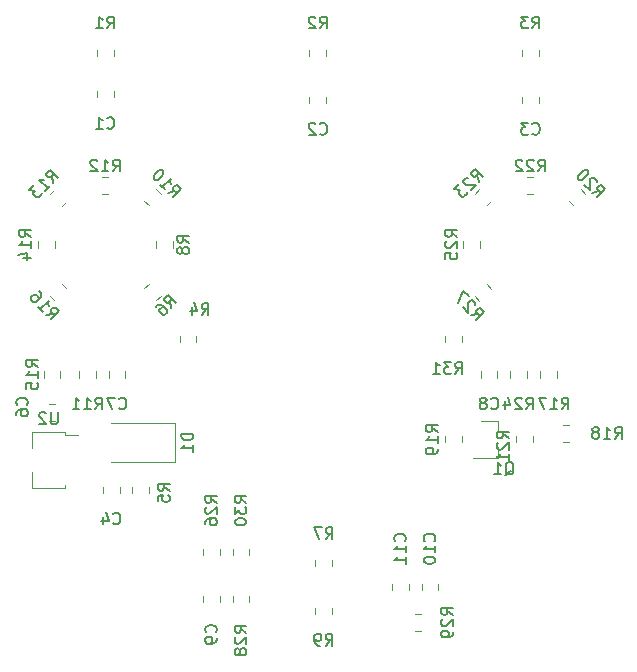
<source format=gbr>
%TF.GenerationSoftware,KiCad,Pcbnew,(5.1.6)-1*%
%TF.CreationDate,2023-06-25T00:19:37-07:00*%
%TF.ProjectId,tremolo,7472656d-6f6c-46f2-9e6b-696361645f70,rev?*%
%TF.SameCoordinates,Original*%
%TF.FileFunction,Legend,Bot*%
%TF.FilePolarity,Positive*%
%FSLAX46Y46*%
G04 Gerber Fmt 4.6, Leading zero omitted, Abs format (unit mm)*
G04 Created by KiCad (PCBNEW (5.1.6)-1) date 2023-06-25 00:19:37*
%MOMM*%
%LPD*%
G01*
G04 APERTURE LIST*
%ADD10C,0.120000*%
%ADD11C,0.150000*%
G04 APERTURE END LIST*
D10*
%TO.C,D1*%
X80400000Y-120100000D02*
X75000000Y-120100000D01*
X80400000Y-123400000D02*
X75000000Y-123400000D01*
X80400000Y-120100000D02*
X80400000Y-123400000D01*
%TO.C,U2*%
X71060000Y-125610000D02*
X71060000Y-125380000D01*
X71060000Y-120890000D02*
X71060000Y-121120000D01*
X71060000Y-120890000D02*
X68340000Y-120890000D01*
X68340000Y-120890000D02*
X68340000Y-122200000D01*
X72200000Y-121120000D02*
X71060000Y-121120000D01*
X68340000Y-125610000D02*
X71060000Y-125610000D01*
X68340000Y-124300000D02*
X68340000Y-125610000D01*
%TO.C,Q1*%
X107760000Y-119920000D02*
X107760000Y-120850000D01*
X107760000Y-123080000D02*
X107760000Y-122150000D01*
X107760000Y-123080000D02*
X105600000Y-123080000D01*
X107760000Y-119920000D02*
X106300000Y-119920000D01*
%TO.C,R31*%
X104710000Y-113258578D02*
X104710000Y-112741422D01*
X103290000Y-113258578D02*
X103290000Y-112741422D01*
%TO.C,R30*%
X85290000Y-130741422D02*
X85290000Y-131258578D01*
X86710000Y-130741422D02*
X86710000Y-131258578D01*
%TO.C,R29*%
X101258578Y-136290000D02*
X100741422Y-136290000D01*
X101258578Y-137710000D02*
X100741422Y-137710000D01*
%TO.C,R28*%
X86710000Y-135258578D02*
X86710000Y-134741422D01*
X85290000Y-135258578D02*
X85290000Y-134741422D01*
%TO.C,R27*%
X105815112Y-109381704D02*
X106180796Y-109747388D01*
X106819204Y-108377612D02*
X107184888Y-108743296D01*
%TO.C,R26*%
X82790000Y-130741422D02*
X82790000Y-131258578D01*
X84210000Y-130741422D02*
X84210000Y-131258578D01*
%TO.C,R25*%
X104790000Y-104741422D02*
X104790000Y-105258578D01*
X106210000Y-104741422D02*
X106210000Y-105258578D01*
%TO.C,R24*%
X110210000Y-115741422D02*
X110210000Y-116258578D01*
X108790000Y-115741422D02*
X108790000Y-116258578D01*
%TO.C,R23*%
X106180796Y-100315112D02*
X105815112Y-100680796D01*
X107184888Y-101319204D02*
X106819204Y-101684888D01*
%TO.C,R22*%
X110758578Y-99290000D02*
X110241422Y-99290000D01*
X110758578Y-100710000D02*
X110241422Y-100710000D01*
%TO.C,R21*%
X109290000Y-121241422D02*
X109290000Y-121758578D01*
X110710000Y-121241422D02*
X110710000Y-121758578D01*
%TO.C,R20*%
X115122388Y-100680796D02*
X114756704Y-100315112D01*
X114118296Y-101684888D02*
X113752612Y-101319204D01*
%TO.C,R19*%
X104710000Y-121758578D02*
X104710000Y-121241422D01*
X103290000Y-121758578D02*
X103290000Y-121241422D01*
%TO.C,R18*%
X113241422Y-121710000D02*
X113758578Y-121710000D01*
X113241422Y-120290000D02*
X113758578Y-120290000D01*
%TO.C,R17*%
X112710000Y-116258578D02*
X112710000Y-115741422D01*
X111290000Y-116258578D02*
X111290000Y-115741422D01*
%TO.C,R16*%
X69815112Y-109319204D02*
X70180796Y-109684888D01*
X70819204Y-108315112D02*
X71184888Y-108680796D01*
%TO.C,R15*%
X69290000Y-115741422D02*
X69290000Y-116258578D01*
X70710000Y-115741422D02*
X70710000Y-116258578D01*
%TO.C,R14*%
X70210000Y-105258578D02*
X70210000Y-104741422D01*
X68790000Y-105258578D02*
X68790000Y-104741422D01*
%TO.C,R13*%
X70180796Y-100377612D02*
X69815112Y-100743296D01*
X71184888Y-101381704D02*
X70819204Y-101747388D01*
%TO.C,R12*%
X74758578Y-99290000D02*
X74241422Y-99290000D01*
X74758578Y-100710000D02*
X74241422Y-100710000D01*
%TO.C,R11*%
X74790000Y-115741422D02*
X74790000Y-116258578D01*
X76210000Y-115741422D02*
X76210000Y-116258578D01*
%TO.C,R10*%
X79184888Y-100680796D02*
X78819204Y-100315112D01*
X78180796Y-101684888D02*
X77815112Y-101319204D01*
%TO.C,R9*%
X92290000Y-135741422D02*
X92290000Y-136258578D01*
X93710000Y-135741422D02*
X93710000Y-136258578D01*
%TO.C,R8*%
X80210000Y-105258578D02*
X80210000Y-104741422D01*
X78790000Y-105258578D02*
X78790000Y-104741422D01*
%TO.C,R7*%
X92290000Y-131741422D02*
X92290000Y-132258578D01*
X93710000Y-131741422D02*
X93710000Y-132258578D01*
%TO.C,R6*%
X78819204Y-109684888D02*
X79184888Y-109319204D01*
X77815112Y-108680796D02*
X78180796Y-108315112D01*
%TO.C,R5*%
X78210000Y-125491422D02*
X78210000Y-126008578D01*
X76790000Y-125491422D02*
X76790000Y-126008578D01*
%TO.C,R4*%
X80790000Y-112741422D02*
X80790000Y-113258578D01*
X82210000Y-112741422D02*
X82210000Y-113258578D01*
%TO.C,R3*%
X109790000Y-88491422D02*
X109790000Y-89008578D01*
X111210000Y-88491422D02*
X111210000Y-89008578D01*
%TO.C,R2*%
X91790000Y-88491422D02*
X91790000Y-89008578D01*
X93210000Y-88491422D02*
X93210000Y-89008578D01*
%TO.C,R1*%
X73790000Y-88491422D02*
X73790000Y-89008578D01*
X75210000Y-88491422D02*
X75210000Y-89008578D01*
%TO.C,C11*%
X100210000Y-134258578D02*
X100210000Y-133741422D01*
X98790000Y-134258578D02*
X98790000Y-133741422D01*
%TO.C,C10*%
X102710000Y-134258578D02*
X102710000Y-133741422D01*
X101290000Y-134258578D02*
X101290000Y-133741422D01*
%TO.C,C9*%
X82790000Y-134741422D02*
X82790000Y-135258578D01*
X84210000Y-134741422D02*
X84210000Y-135258578D01*
%TO.C,C8*%
X107710000Y-116258578D02*
X107710000Y-115741422D01*
X106290000Y-116258578D02*
X106290000Y-115741422D01*
%TO.C,C7*%
X73710000Y-116258578D02*
X73710000Y-115741422D01*
X72290000Y-116258578D02*
X72290000Y-115741422D01*
%TO.C,C6*%
X70258578Y-119960000D02*
X69741422Y-119960000D01*
X70258578Y-118540000D02*
X69741422Y-118540000D01*
%TO.C,C4*%
X75710000Y-125491422D02*
X75710000Y-126008578D01*
X74290000Y-125491422D02*
X74290000Y-126008578D01*
%TO.C,C3*%
X109790000Y-92491422D02*
X109790000Y-93008578D01*
X111210000Y-92491422D02*
X111210000Y-93008578D01*
%TO.C,C2*%
X91790000Y-92491422D02*
X91790000Y-93008578D01*
X93210000Y-92491422D02*
X93210000Y-93008578D01*
%TO.C,C1*%
X73790000Y-91991422D02*
X73790000Y-92508578D01*
X75210000Y-91991422D02*
X75210000Y-92508578D01*
%TO.C,D1*%
D11*
X81952380Y-121011904D02*
X80952380Y-121011904D01*
X80952380Y-121250000D01*
X81000000Y-121392857D01*
X81095238Y-121488095D01*
X81190476Y-121535714D01*
X81380952Y-121583333D01*
X81523809Y-121583333D01*
X81714285Y-121535714D01*
X81809523Y-121488095D01*
X81904761Y-121392857D01*
X81952380Y-121250000D01*
X81952380Y-121011904D01*
X81952380Y-122535714D02*
X81952380Y-121964285D01*
X81952380Y-122250000D02*
X80952380Y-122250000D01*
X81095238Y-122154761D01*
X81190476Y-122059523D01*
X81238095Y-121964285D01*
%TO.C,U2*%
X70461904Y-119202380D02*
X70461904Y-120011904D01*
X70414285Y-120107142D01*
X70366666Y-120154761D01*
X70271428Y-120202380D01*
X70080952Y-120202380D01*
X69985714Y-120154761D01*
X69938095Y-120107142D01*
X69890476Y-120011904D01*
X69890476Y-119202380D01*
X69461904Y-119297619D02*
X69414285Y-119250000D01*
X69319047Y-119202380D01*
X69080952Y-119202380D01*
X68985714Y-119250000D01*
X68938095Y-119297619D01*
X68890476Y-119392857D01*
X68890476Y-119488095D01*
X68938095Y-119630952D01*
X69509523Y-120202380D01*
X68890476Y-120202380D01*
%TO.C,Q1*%
X108345238Y-124547619D02*
X108440476Y-124500000D01*
X108535714Y-124404761D01*
X108678571Y-124261904D01*
X108773809Y-124214285D01*
X108869047Y-124214285D01*
X108821428Y-124452380D02*
X108916666Y-124404761D01*
X109011904Y-124309523D01*
X109059523Y-124119047D01*
X109059523Y-123785714D01*
X109011904Y-123595238D01*
X108916666Y-123500000D01*
X108821428Y-123452380D01*
X108630952Y-123452380D01*
X108535714Y-123500000D01*
X108440476Y-123595238D01*
X108392857Y-123785714D01*
X108392857Y-124119047D01*
X108440476Y-124309523D01*
X108535714Y-124404761D01*
X108630952Y-124452380D01*
X108821428Y-124452380D01*
X107440476Y-124452380D02*
X108011904Y-124452380D01*
X107726190Y-124452380D02*
X107726190Y-123452380D01*
X107821428Y-123595238D01*
X107916666Y-123690476D01*
X108011904Y-123738095D01*
%TO.C,R31*%
X104142857Y-115952380D02*
X104476190Y-115476190D01*
X104714285Y-115952380D02*
X104714285Y-114952380D01*
X104333333Y-114952380D01*
X104238095Y-115000000D01*
X104190476Y-115047619D01*
X104142857Y-115142857D01*
X104142857Y-115285714D01*
X104190476Y-115380952D01*
X104238095Y-115428571D01*
X104333333Y-115476190D01*
X104714285Y-115476190D01*
X103809523Y-114952380D02*
X103190476Y-114952380D01*
X103523809Y-115333333D01*
X103380952Y-115333333D01*
X103285714Y-115380952D01*
X103238095Y-115428571D01*
X103190476Y-115523809D01*
X103190476Y-115761904D01*
X103238095Y-115857142D01*
X103285714Y-115904761D01*
X103380952Y-115952380D01*
X103666666Y-115952380D01*
X103761904Y-115904761D01*
X103809523Y-115857142D01*
X102238095Y-115952380D02*
X102809523Y-115952380D01*
X102523809Y-115952380D02*
X102523809Y-114952380D01*
X102619047Y-115095238D01*
X102714285Y-115190476D01*
X102809523Y-115238095D01*
%TO.C,R30*%
X86452380Y-126857142D02*
X85976190Y-126523809D01*
X86452380Y-126285714D02*
X85452380Y-126285714D01*
X85452380Y-126666666D01*
X85500000Y-126761904D01*
X85547619Y-126809523D01*
X85642857Y-126857142D01*
X85785714Y-126857142D01*
X85880952Y-126809523D01*
X85928571Y-126761904D01*
X85976190Y-126666666D01*
X85976190Y-126285714D01*
X85452380Y-127190476D02*
X85452380Y-127809523D01*
X85833333Y-127476190D01*
X85833333Y-127619047D01*
X85880952Y-127714285D01*
X85928571Y-127761904D01*
X86023809Y-127809523D01*
X86261904Y-127809523D01*
X86357142Y-127761904D01*
X86404761Y-127714285D01*
X86452380Y-127619047D01*
X86452380Y-127333333D01*
X86404761Y-127238095D01*
X86357142Y-127190476D01*
X85452380Y-128428571D02*
X85452380Y-128523809D01*
X85500000Y-128619047D01*
X85547619Y-128666666D01*
X85642857Y-128714285D01*
X85833333Y-128761904D01*
X86071428Y-128761904D01*
X86261904Y-128714285D01*
X86357142Y-128666666D01*
X86404761Y-128619047D01*
X86452380Y-128523809D01*
X86452380Y-128428571D01*
X86404761Y-128333333D01*
X86357142Y-128285714D01*
X86261904Y-128238095D01*
X86071428Y-128190476D01*
X85833333Y-128190476D01*
X85642857Y-128238095D01*
X85547619Y-128285714D01*
X85500000Y-128333333D01*
X85452380Y-128428571D01*
%TO.C,R29*%
X103952380Y-136357142D02*
X103476190Y-136023809D01*
X103952380Y-135785714D02*
X102952380Y-135785714D01*
X102952380Y-136166666D01*
X103000000Y-136261904D01*
X103047619Y-136309523D01*
X103142857Y-136357142D01*
X103285714Y-136357142D01*
X103380952Y-136309523D01*
X103428571Y-136261904D01*
X103476190Y-136166666D01*
X103476190Y-135785714D01*
X103047619Y-136738095D02*
X103000000Y-136785714D01*
X102952380Y-136880952D01*
X102952380Y-137119047D01*
X103000000Y-137214285D01*
X103047619Y-137261904D01*
X103142857Y-137309523D01*
X103238095Y-137309523D01*
X103380952Y-137261904D01*
X103952380Y-136690476D01*
X103952380Y-137309523D01*
X103952380Y-137785714D02*
X103952380Y-137976190D01*
X103904761Y-138071428D01*
X103857142Y-138119047D01*
X103714285Y-138214285D01*
X103523809Y-138261904D01*
X103142857Y-138261904D01*
X103047619Y-138214285D01*
X103000000Y-138166666D01*
X102952380Y-138071428D01*
X102952380Y-137880952D01*
X103000000Y-137785714D01*
X103047619Y-137738095D01*
X103142857Y-137690476D01*
X103380952Y-137690476D01*
X103476190Y-137738095D01*
X103523809Y-137785714D01*
X103571428Y-137880952D01*
X103571428Y-138071428D01*
X103523809Y-138166666D01*
X103476190Y-138214285D01*
X103380952Y-138261904D01*
%TO.C,R28*%
X86452380Y-137857142D02*
X85976190Y-137523809D01*
X86452380Y-137285714D02*
X85452380Y-137285714D01*
X85452380Y-137666666D01*
X85500000Y-137761904D01*
X85547619Y-137809523D01*
X85642857Y-137857142D01*
X85785714Y-137857142D01*
X85880952Y-137809523D01*
X85928571Y-137761904D01*
X85976190Y-137666666D01*
X85976190Y-137285714D01*
X85547619Y-138238095D02*
X85500000Y-138285714D01*
X85452380Y-138380952D01*
X85452380Y-138619047D01*
X85500000Y-138714285D01*
X85547619Y-138761904D01*
X85642857Y-138809523D01*
X85738095Y-138809523D01*
X85880952Y-138761904D01*
X86452380Y-138190476D01*
X86452380Y-138809523D01*
X85880952Y-139380952D02*
X85833333Y-139285714D01*
X85785714Y-139238095D01*
X85690476Y-139190476D01*
X85642857Y-139190476D01*
X85547619Y-139238095D01*
X85500000Y-139285714D01*
X85452380Y-139380952D01*
X85452380Y-139571428D01*
X85500000Y-139666666D01*
X85547619Y-139714285D01*
X85642857Y-139761904D01*
X85690476Y-139761904D01*
X85785714Y-139714285D01*
X85833333Y-139666666D01*
X85880952Y-139571428D01*
X85880952Y-139380952D01*
X85928571Y-139285714D01*
X85976190Y-139238095D01*
X86071428Y-139190476D01*
X86261904Y-139190476D01*
X86357142Y-139238095D01*
X86404761Y-139285714D01*
X86452380Y-139380952D01*
X86452380Y-139571428D01*
X86404761Y-139666666D01*
X86357142Y-139714285D01*
X86261904Y-139761904D01*
X86071428Y-139761904D01*
X85976190Y-139714285D01*
X85928571Y-139666666D01*
X85880952Y-139571428D01*
%TO.C,R27*%
X105467961Y-111003676D02*
X106040380Y-110902661D01*
X105872022Y-111407737D02*
X106579128Y-110700630D01*
X106309754Y-110431256D01*
X106208739Y-110397584D01*
X106141396Y-110397584D01*
X106040380Y-110431256D01*
X105939365Y-110532271D01*
X105905693Y-110633287D01*
X105905693Y-110700630D01*
X105939365Y-110801645D01*
X106208739Y-111071019D01*
X105838350Y-110094538D02*
X105838350Y-110027195D01*
X105804678Y-109926180D01*
X105636319Y-109757821D01*
X105535304Y-109724149D01*
X105467961Y-109724149D01*
X105366945Y-109757821D01*
X105299602Y-109825164D01*
X105232258Y-109959851D01*
X105232258Y-110767974D01*
X104794525Y-110330241D01*
X105265930Y-109387432D02*
X104794525Y-108916027D01*
X104390464Y-109926180D01*
%TO.C,R26*%
X83952380Y-126857142D02*
X83476190Y-126523809D01*
X83952380Y-126285714D02*
X82952380Y-126285714D01*
X82952380Y-126666666D01*
X83000000Y-126761904D01*
X83047619Y-126809523D01*
X83142857Y-126857142D01*
X83285714Y-126857142D01*
X83380952Y-126809523D01*
X83428571Y-126761904D01*
X83476190Y-126666666D01*
X83476190Y-126285714D01*
X83047619Y-127238095D02*
X83000000Y-127285714D01*
X82952380Y-127380952D01*
X82952380Y-127619047D01*
X83000000Y-127714285D01*
X83047619Y-127761904D01*
X83142857Y-127809523D01*
X83238095Y-127809523D01*
X83380952Y-127761904D01*
X83952380Y-127190476D01*
X83952380Y-127809523D01*
X82952380Y-128666666D02*
X82952380Y-128476190D01*
X83000000Y-128380952D01*
X83047619Y-128333333D01*
X83190476Y-128238095D01*
X83380952Y-128190476D01*
X83761904Y-128190476D01*
X83857142Y-128238095D01*
X83904761Y-128285714D01*
X83952380Y-128380952D01*
X83952380Y-128571428D01*
X83904761Y-128666666D01*
X83857142Y-128714285D01*
X83761904Y-128761904D01*
X83523809Y-128761904D01*
X83428571Y-128714285D01*
X83380952Y-128666666D01*
X83333333Y-128571428D01*
X83333333Y-128380952D01*
X83380952Y-128285714D01*
X83428571Y-128238095D01*
X83523809Y-128190476D01*
%TO.C,R25*%
X104302380Y-104357142D02*
X103826190Y-104023809D01*
X104302380Y-103785714D02*
X103302380Y-103785714D01*
X103302380Y-104166666D01*
X103350000Y-104261904D01*
X103397619Y-104309523D01*
X103492857Y-104357142D01*
X103635714Y-104357142D01*
X103730952Y-104309523D01*
X103778571Y-104261904D01*
X103826190Y-104166666D01*
X103826190Y-103785714D01*
X103397619Y-104738095D02*
X103350000Y-104785714D01*
X103302380Y-104880952D01*
X103302380Y-105119047D01*
X103350000Y-105214285D01*
X103397619Y-105261904D01*
X103492857Y-105309523D01*
X103588095Y-105309523D01*
X103730952Y-105261904D01*
X104302380Y-104690476D01*
X104302380Y-105309523D01*
X103302380Y-106214285D02*
X103302380Y-105738095D01*
X103778571Y-105690476D01*
X103730952Y-105738095D01*
X103683333Y-105833333D01*
X103683333Y-106071428D01*
X103730952Y-106166666D01*
X103778571Y-106214285D01*
X103873809Y-106261904D01*
X104111904Y-106261904D01*
X104207142Y-106214285D01*
X104254761Y-106166666D01*
X104302380Y-106071428D01*
X104302380Y-105833333D01*
X104254761Y-105738095D01*
X104207142Y-105690476D01*
%TO.C,R24*%
X110142857Y-118952380D02*
X110476190Y-118476190D01*
X110714285Y-118952380D02*
X110714285Y-117952380D01*
X110333333Y-117952380D01*
X110238095Y-118000000D01*
X110190476Y-118047619D01*
X110142857Y-118142857D01*
X110142857Y-118285714D01*
X110190476Y-118380952D01*
X110238095Y-118428571D01*
X110333333Y-118476190D01*
X110714285Y-118476190D01*
X109761904Y-118047619D02*
X109714285Y-118000000D01*
X109619047Y-117952380D01*
X109380952Y-117952380D01*
X109285714Y-118000000D01*
X109238095Y-118047619D01*
X109190476Y-118142857D01*
X109190476Y-118238095D01*
X109238095Y-118380952D01*
X109809523Y-118952380D01*
X109190476Y-118952380D01*
X108333333Y-118285714D02*
X108333333Y-118952380D01*
X108571428Y-117904761D02*
X108809523Y-118619047D01*
X108190476Y-118619047D01*
%TO.C,R23*%
X106107724Y-99698586D02*
X106006709Y-99126167D01*
X106511785Y-99294525D02*
X105804678Y-98587419D01*
X105535304Y-98856793D01*
X105501632Y-98957808D01*
X105501632Y-99025151D01*
X105535304Y-99126167D01*
X105636319Y-99227182D01*
X105737335Y-99260854D01*
X105804678Y-99260854D01*
X105905693Y-99227182D01*
X106175067Y-98957808D01*
X105198586Y-99328197D02*
X105131243Y-99328197D01*
X105030228Y-99361869D01*
X104861869Y-99530228D01*
X104828197Y-99631243D01*
X104828197Y-99698586D01*
X104861869Y-99799602D01*
X104929212Y-99866945D01*
X105063899Y-99934289D01*
X105872022Y-99934289D01*
X105434289Y-100372022D01*
X104491480Y-99900617D02*
X104053747Y-100338350D01*
X104558823Y-100372022D01*
X104457808Y-100473037D01*
X104424136Y-100574052D01*
X104424136Y-100641396D01*
X104457808Y-100742411D01*
X104626167Y-100910770D01*
X104727182Y-100944441D01*
X104794525Y-100944441D01*
X104895541Y-100910770D01*
X105097571Y-100708739D01*
X105131243Y-100607724D01*
X105131243Y-100540380D01*
%TO.C,R22*%
X111142857Y-98802380D02*
X111476190Y-98326190D01*
X111714285Y-98802380D02*
X111714285Y-97802380D01*
X111333333Y-97802380D01*
X111238095Y-97850000D01*
X111190476Y-97897619D01*
X111142857Y-97992857D01*
X111142857Y-98135714D01*
X111190476Y-98230952D01*
X111238095Y-98278571D01*
X111333333Y-98326190D01*
X111714285Y-98326190D01*
X110761904Y-97897619D02*
X110714285Y-97850000D01*
X110619047Y-97802380D01*
X110380952Y-97802380D01*
X110285714Y-97850000D01*
X110238095Y-97897619D01*
X110190476Y-97992857D01*
X110190476Y-98088095D01*
X110238095Y-98230952D01*
X110809523Y-98802380D01*
X110190476Y-98802380D01*
X109809523Y-97897619D02*
X109761904Y-97850000D01*
X109666666Y-97802380D01*
X109428571Y-97802380D01*
X109333333Y-97850000D01*
X109285714Y-97897619D01*
X109238095Y-97992857D01*
X109238095Y-98088095D01*
X109285714Y-98230952D01*
X109857142Y-98802380D01*
X109238095Y-98802380D01*
%TO.C,R21*%
X108652380Y-121407142D02*
X108176190Y-121073809D01*
X108652380Y-120835714D02*
X107652380Y-120835714D01*
X107652380Y-121216666D01*
X107700000Y-121311904D01*
X107747619Y-121359523D01*
X107842857Y-121407142D01*
X107985714Y-121407142D01*
X108080952Y-121359523D01*
X108128571Y-121311904D01*
X108176190Y-121216666D01*
X108176190Y-120835714D01*
X107747619Y-121788095D02*
X107700000Y-121835714D01*
X107652380Y-121930952D01*
X107652380Y-122169047D01*
X107700000Y-122264285D01*
X107747619Y-122311904D01*
X107842857Y-122359523D01*
X107938095Y-122359523D01*
X108080952Y-122311904D01*
X108652380Y-121740476D01*
X108652380Y-122359523D01*
X108652380Y-123311904D02*
X108652380Y-122740476D01*
X108652380Y-123026190D02*
X107652380Y-123026190D01*
X107795238Y-122930952D01*
X107890476Y-122835714D01*
X107938095Y-122740476D01*
%TO.C,R20*%
X115738913Y-100607724D02*
X116311332Y-100506709D01*
X116142974Y-101011785D02*
X116850080Y-100304678D01*
X116580706Y-100035304D01*
X116479691Y-100001632D01*
X116412348Y-100001632D01*
X116311332Y-100035304D01*
X116210317Y-100136319D01*
X116176645Y-100237335D01*
X116176645Y-100304678D01*
X116210317Y-100405693D01*
X116479691Y-100675067D01*
X116109302Y-99698586D02*
X116109302Y-99631243D01*
X116075630Y-99530228D01*
X115907271Y-99361869D01*
X115806256Y-99328197D01*
X115738913Y-99328197D01*
X115637897Y-99361869D01*
X115570554Y-99429212D01*
X115503210Y-99563899D01*
X115503210Y-100372022D01*
X115065477Y-99934289D01*
X115334851Y-98789449D02*
X115267508Y-98722106D01*
X115166493Y-98688434D01*
X115099149Y-98688434D01*
X114998134Y-98722106D01*
X114829775Y-98823121D01*
X114661416Y-98991480D01*
X114560401Y-99159838D01*
X114526729Y-99260854D01*
X114526729Y-99328197D01*
X114560401Y-99429212D01*
X114627745Y-99496556D01*
X114728760Y-99530228D01*
X114796103Y-99530228D01*
X114897119Y-99496556D01*
X115065477Y-99395541D01*
X115233836Y-99227182D01*
X115334851Y-99058823D01*
X115368523Y-98957808D01*
X115368523Y-98890464D01*
X115334851Y-98789449D01*
%TO.C,R19*%
X102652380Y-120857142D02*
X102176190Y-120523809D01*
X102652380Y-120285714D02*
X101652380Y-120285714D01*
X101652380Y-120666666D01*
X101700000Y-120761904D01*
X101747619Y-120809523D01*
X101842857Y-120857142D01*
X101985714Y-120857142D01*
X102080952Y-120809523D01*
X102128571Y-120761904D01*
X102176190Y-120666666D01*
X102176190Y-120285714D01*
X102652380Y-121809523D02*
X102652380Y-121238095D01*
X102652380Y-121523809D02*
X101652380Y-121523809D01*
X101795238Y-121428571D01*
X101890476Y-121333333D01*
X101938095Y-121238095D01*
X102652380Y-122285714D02*
X102652380Y-122476190D01*
X102604761Y-122571428D01*
X102557142Y-122619047D01*
X102414285Y-122714285D01*
X102223809Y-122761904D01*
X101842857Y-122761904D01*
X101747619Y-122714285D01*
X101700000Y-122666666D01*
X101652380Y-122571428D01*
X101652380Y-122380952D01*
X101700000Y-122285714D01*
X101747619Y-122238095D01*
X101842857Y-122190476D01*
X102080952Y-122190476D01*
X102176190Y-122238095D01*
X102223809Y-122285714D01*
X102271428Y-122380952D01*
X102271428Y-122571428D01*
X102223809Y-122666666D01*
X102176190Y-122714285D01*
X102080952Y-122761904D01*
%TO.C,R18*%
X117642857Y-121452380D02*
X117976190Y-120976190D01*
X118214285Y-121452380D02*
X118214285Y-120452380D01*
X117833333Y-120452380D01*
X117738095Y-120500000D01*
X117690476Y-120547619D01*
X117642857Y-120642857D01*
X117642857Y-120785714D01*
X117690476Y-120880952D01*
X117738095Y-120928571D01*
X117833333Y-120976190D01*
X118214285Y-120976190D01*
X116690476Y-121452380D02*
X117261904Y-121452380D01*
X116976190Y-121452380D02*
X116976190Y-120452380D01*
X117071428Y-120595238D01*
X117166666Y-120690476D01*
X117261904Y-120738095D01*
X116119047Y-120880952D02*
X116214285Y-120833333D01*
X116261904Y-120785714D01*
X116309523Y-120690476D01*
X116309523Y-120642857D01*
X116261904Y-120547619D01*
X116214285Y-120500000D01*
X116119047Y-120452380D01*
X115928571Y-120452380D01*
X115833333Y-120500000D01*
X115785714Y-120547619D01*
X115738095Y-120642857D01*
X115738095Y-120690476D01*
X115785714Y-120785714D01*
X115833333Y-120833333D01*
X115928571Y-120880952D01*
X116119047Y-120880952D01*
X116214285Y-120928571D01*
X116261904Y-120976190D01*
X116309523Y-121071428D01*
X116309523Y-121261904D01*
X116261904Y-121357142D01*
X116214285Y-121404761D01*
X116119047Y-121452380D01*
X115928571Y-121452380D01*
X115833333Y-121404761D01*
X115785714Y-121357142D01*
X115738095Y-121261904D01*
X115738095Y-121071428D01*
X115785714Y-120976190D01*
X115833333Y-120928571D01*
X115928571Y-120880952D01*
%TO.C,R17*%
X113142857Y-118952380D02*
X113476190Y-118476190D01*
X113714285Y-118952380D02*
X113714285Y-117952380D01*
X113333333Y-117952380D01*
X113238095Y-118000000D01*
X113190476Y-118047619D01*
X113142857Y-118142857D01*
X113142857Y-118285714D01*
X113190476Y-118380952D01*
X113238095Y-118428571D01*
X113333333Y-118476190D01*
X113714285Y-118476190D01*
X112190476Y-118952380D02*
X112761904Y-118952380D01*
X112476190Y-118952380D02*
X112476190Y-117952380D01*
X112571428Y-118095238D01*
X112666666Y-118190476D01*
X112761904Y-118238095D01*
X111857142Y-117952380D02*
X111190476Y-117952380D01*
X111619047Y-118952380D01*
%TO.C,R16*%
X69467961Y-110941176D02*
X70040380Y-110840161D01*
X69872022Y-111345237D02*
X70579128Y-110638130D01*
X70309754Y-110368756D01*
X70208739Y-110335084D01*
X70141396Y-110335084D01*
X70040380Y-110368756D01*
X69939365Y-110469771D01*
X69905693Y-110570787D01*
X69905693Y-110638130D01*
X69939365Y-110739145D01*
X70208739Y-111008519D01*
X68794525Y-110267741D02*
X69198586Y-110671802D01*
X68996556Y-110469771D02*
X69703663Y-109762664D01*
X69669991Y-109931023D01*
X69669991Y-110065710D01*
X69703663Y-110166726D01*
X68895541Y-108954542D02*
X69030228Y-109089229D01*
X69063899Y-109190245D01*
X69063899Y-109257588D01*
X69030228Y-109425947D01*
X68929212Y-109594306D01*
X68659838Y-109863680D01*
X68558823Y-109897351D01*
X68491480Y-109897351D01*
X68390464Y-109863680D01*
X68255777Y-109728993D01*
X68222106Y-109627977D01*
X68222106Y-109560634D01*
X68255777Y-109459619D01*
X68424136Y-109291260D01*
X68525151Y-109257588D01*
X68592495Y-109257588D01*
X68693510Y-109291260D01*
X68828197Y-109425947D01*
X68861869Y-109526962D01*
X68861869Y-109594306D01*
X68828197Y-109695321D01*
%TO.C,R15*%
X68802380Y-115357142D02*
X68326190Y-115023809D01*
X68802380Y-114785714D02*
X67802380Y-114785714D01*
X67802380Y-115166666D01*
X67850000Y-115261904D01*
X67897619Y-115309523D01*
X67992857Y-115357142D01*
X68135714Y-115357142D01*
X68230952Y-115309523D01*
X68278571Y-115261904D01*
X68326190Y-115166666D01*
X68326190Y-114785714D01*
X68802380Y-116309523D02*
X68802380Y-115738095D01*
X68802380Y-116023809D02*
X67802380Y-116023809D01*
X67945238Y-115928571D01*
X68040476Y-115833333D01*
X68088095Y-115738095D01*
X67802380Y-117214285D02*
X67802380Y-116738095D01*
X68278571Y-116690476D01*
X68230952Y-116738095D01*
X68183333Y-116833333D01*
X68183333Y-117071428D01*
X68230952Y-117166666D01*
X68278571Y-117214285D01*
X68373809Y-117261904D01*
X68611904Y-117261904D01*
X68707142Y-117214285D01*
X68754761Y-117166666D01*
X68802380Y-117071428D01*
X68802380Y-116833333D01*
X68754761Y-116738095D01*
X68707142Y-116690476D01*
%TO.C,R14*%
X68202380Y-104357142D02*
X67726190Y-104023809D01*
X68202380Y-103785714D02*
X67202380Y-103785714D01*
X67202380Y-104166666D01*
X67250000Y-104261904D01*
X67297619Y-104309523D01*
X67392857Y-104357142D01*
X67535714Y-104357142D01*
X67630952Y-104309523D01*
X67678571Y-104261904D01*
X67726190Y-104166666D01*
X67726190Y-103785714D01*
X68202380Y-105309523D02*
X68202380Y-104738095D01*
X68202380Y-105023809D02*
X67202380Y-105023809D01*
X67345238Y-104928571D01*
X67440476Y-104833333D01*
X67488095Y-104738095D01*
X67535714Y-106166666D02*
X68202380Y-106166666D01*
X67154761Y-105928571D02*
X67869047Y-105690476D01*
X67869047Y-106309523D01*
%TO.C,R13*%
X70107724Y-99761086D02*
X70006709Y-99188667D01*
X70511785Y-99357025D02*
X69804678Y-98649919D01*
X69535304Y-98919293D01*
X69501632Y-99020308D01*
X69501632Y-99087651D01*
X69535304Y-99188667D01*
X69636319Y-99289682D01*
X69737335Y-99323354D01*
X69804678Y-99323354D01*
X69905693Y-99289682D01*
X70175067Y-99020308D01*
X69434289Y-100434522D02*
X69838350Y-100030461D01*
X69636319Y-100232491D02*
X68929212Y-99525384D01*
X69097571Y-99559056D01*
X69232258Y-99559056D01*
X69333274Y-99525384D01*
X68491480Y-99963117D02*
X68053747Y-100400850D01*
X68558823Y-100434522D01*
X68457808Y-100535537D01*
X68424136Y-100636552D01*
X68424136Y-100703896D01*
X68457808Y-100804911D01*
X68626167Y-100973270D01*
X68727182Y-101006941D01*
X68794525Y-101006941D01*
X68895541Y-100973270D01*
X69097571Y-100771239D01*
X69131243Y-100670224D01*
X69131243Y-100602880D01*
%TO.C,R12*%
X75142857Y-98802380D02*
X75476190Y-98326190D01*
X75714285Y-98802380D02*
X75714285Y-97802380D01*
X75333333Y-97802380D01*
X75238095Y-97850000D01*
X75190476Y-97897619D01*
X75142857Y-97992857D01*
X75142857Y-98135714D01*
X75190476Y-98230952D01*
X75238095Y-98278571D01*
X75333333Y-98326190D01*
X75714285Y-98326190D01*
X74190476Y-98802380D02*
X74761904Y-98802380D01*
X74476190Y-98802380D02*
X74476190Y-97802380D01*
X74571428Y-97945238D01*
X74666666Y-98040476D01*
X74761904Y-98088095D01*
X73809523Y-97897619D02*
X73761904Y-97850000D01*
X73666666Y-97802380D01*
X73428571Y-97802380D01*
X73333333Y-97850000D01*
X73285714Y-97897619D01*
X73238095Y-97992857D01*
X73238095Y-98088095D01*
X73285714Y-98230952D01*
X73857142Y-98802380D01*
X73238095Y-98802380D01*
%TO.C,R11*%
X73642857Y-118952380D02*
X73976190Y-118476190D01*
X74214285Y-118952380D02*
X74214285Y-117952380D01*
X73833333Y-117952380D01*
X73738095Y-118000000D01*
X73690476Y-118047619D01*
X73642857Y-118142857D01*
X73642857Y-118285714D01*
X73690476Y-118380952D01*
X73738095Y-118428571D01*
X73833333Y-118476190D01*
X74214285Y-118476190D01*
X72690476Y-118952380D02*
X73261904Y-118952380D01*
X72976190Y-118952380D02*
X72976190Y-117952380D01*
X73071428Y-118095238D01*
X73166666Y-118190476D01*
X73261904Y-118238095D01*
X71738095Y-118952380D02*
X72309523Y-118952380D01*
X72023809Y-118952380D02*
X72023809Y-117952380D01*
X72119047Y-118095238D01*
X72214285Y-118190476D01*
X72309523Y-118238095D01*
%TO.C,R10*%
X79801413Y-100607724D02*
X80373832Y-100506709D01*
X80205474Y-101011785D02*
X80912580Y-100304678D01*
X80643206Y-100035304D01*
X80542191Y-100001632D01*
X80474848Y-100001632D01*
X80373832Y-100035304D01*
X80272817Y-100136319D01*
X80239145Y-100237335D01*
X80239145Y-100304678D01*
X80272817Y-100405693D01*
X80542191Y-100675067D01*
X79127977Y-99934289D02*
X79532038Y-100338350D01*
X79330008Y-100136319D02*
X80037115Y-99429212D01*
X80003443Y-99597571D01*
X80003443Y-99732258D01*
X80037115Y-99833274D01*
X79397351Y-98789449D02*
X79330008Y-98722106D01*
X79228993Y-98688434D01*
X79161649Y-98688434D01*
X79060634Y-98722106D01*
X78892275Y-98823121D01*
X78723916Y-98991480D01*
X78622901Y-99159838D01*
X78589229Y-99260854D01*
X78589229Y-99328197D01*
X78622901Y-99429212D01*
X78690245Y-99496556D01*
X78791260Y-99530228D01*
X78858603Y-99530228D01*
X78959619Y-99496556D01*
X79127977Y-99395541D01*
X79296336Y-99227182D01*
X79397351Y-99058823D01*
X79431023Y-98957808D01*
X79431023Y-98890464D01*
X79397351Y-98789449D01*
%TO.C,R9*%
X93166666Y-138952380D02*
X93500000Y-138476190D01*
X93738095Y-138952380D02*
X93738095Y-137952380D01*
X93357142Y-137952380D01*
X93261904Y-138000000D01*
X93214285Y-138047619D01*
X93166666Y-138142857D01*
X93166666Y-138285714D01*
X93214285Y-138380952D01*
X93261904Y-138428571D01*
X93357142Y-138476190D01*
X93738095Y-138476190D01*
X92690476Y-138952380D02*
X92500000Y-138952380D01*
X92404761Y-138904761D01*
X92357142Y-138857142D01*
X92261904Y-138714285D01*
X92214285Y-138523809D01*
X92214285Y-138142857D01*
X92261904Y-138047619D01*
X92309523Y-138000000D01*
X92404761Y-137952380D01*
X92595238Y-137952380D01*
X92690476Y-138000000D01*
X92738095Y-138047619D01*
X92785714Y-138142857D01*
X92785714Y-138380952D01*
X92738095Y-138476190D01*
X92690476Y-138523809D01*
X92595238Y-138571428D01*
X92404761Y-138571428D01*
X92309523Y-138523809D01*
X92261904Y-138476190D01*
X92214285Y-138380952D01*
%TO.C,R8*%
X81602380Y-104833333D02*
X81126190Y-104500000D01*
X81602380Y-104261904D02*
X80602380Y-104261904D01*
X80602380Y-104642857D01*
X80650000Y-104738095D01*
X80697619Y-104785714D01*
X80792857Y-104833333D01*
X80935714Y-104833333D01*
X81030952Y-104785714D01*
X81078571Y-104738095D01*
X81126190Y-104642857D01*
X81126190Y-104261904D01*
X81030952Y-105404761D02*
X80983333Y-105309523D01*
X80935714Y-105261904D01*
X80840476Y-105214285D01*
X80792857Y-105214285D01*
X80697619Y-105261904D01*
X80650000Y-105309523D01*
X80602380Y-105404761D01*
X80602380Y-105595238D01*
X80650000Y-105690476D01*
X80697619Y-105738095D01*
X80792857Y-105785714D01*
X80840476Y-105785714D01*
X80935714Y-105738095D01*
X80983333Y-105690476D01*
X81030952Y-105595238D01*
X81030952Y-105404761D01*
X81078571Y-105309523D01*
X81126190Y-105261904D01*
X81221428Y-105214285D01*
X81411904Y-105214285D01*
X81507142Y-105261904D01*
X81554761Y-105309523D01*
X81602380Y-105404761D01*
X81602380Y-105595238D01*
X81554761Y-105690476D01*
X81507142Y-105738095D01*
X81411904Y-105785714D01*
X81221428Y-105785714D01*
X81126190Y-105738095D01*
X81078571Y-105690476D01*
X81030952Y-105595238D01*
%TO.C,R7*%
X93166666Y-129952380D02*
X93500000Y-129476190D01*
X93738095Y-129952380D02*
X93738095Y-128952380D01*
X93357142Y-128952380D01*
X93261904Y-129000000D01*
X93214285Y-129047619D01*
X93166666Y-129142857D01*
X93166666Y-129285714D01*
X93214285Y-129380952D01*
X93261904Y-129428571D01*
X93357142Y-129476190D01*
X93738095Y-129476190D01*
X92833333Y-128952380D02*
X92166666Y-128952380D01*
X92595238Y-129952380D01*
%TO.C,R6*%
X80104458Y-110368756D02*
X80003443Y-109796336D01*
X80508519Y-109964695D02*
X79801413Y-109257588D01*
X79532038Y-109526962D01*
X79498367Y-109627977D01*
X79498367Y-109695321D01*
X79532038Y-109796336D01*
X79633054Y-109897351D01*
X79734069Y-109931023D01*
X79801413Y-109931023D01*
X79902428Y-109897351D01*
X80171802Y-109627977D01*
X78791260Y-110267741D02*
X78925947Y-110133054D01*
X79026962Y-110099382D01*
X79094306Y-110099382D01*
X79262664Y-110133054D01*
X79431023Y-110234069D01*
X79700397Y-110503443D01*
X79734069Y-110604458D01*
X79734069Y-110671802D01*
X79700397Y-110772817D01*
X79565710Y-110907504D01*
X79464695Y-110941176D01*
X79397351Y-110941176D01*
X79296336Y-110907504D01*
X79127977Y-110739145D01*
X79094306Y-110638130D01*
X79094306Y-110570787D01*
X79127977Y-110469771D01*
X79262664Y-110335084D01*
X79363680Y-110301413D01*
X79431023Y-110301413D01*
X79532038Y-110335084D01*
%TO.C,R5*%
X79952380Y-125833333D02*
X79476190Y-125500000D01*
X79952380Y-125261904D02*
X78952380Y-125261904D01*
X78952380Y-125642857D01*
X79000000Y-125738095D01*
X79047619Y-125785714D01*
X79142857Y-125833333D01*
X79285714Y-125833333D01*
X79380952Y-125785714D01*
X79428571Y-125738095D01*
X79476190Y-125642857D01*
X79476190Y-125261904D01*
X78952380Y-126738095D02*
X78952380Y-126261904D01*
X79428571Y-126214285D01*
X79380952Y-126261904D01*
X79333333Y-126357142D01*
X79333333Y-126595238D01*
X79380952Y-126690476D01*
X79428571Y-126738095D01*
X79523809Y-126785714D01*
X79761904Y-126785714D01*
X79857142Y-126738095D01*
X79904761Y-126690476D01*
X79952380Y-126595238D01*
X79952380Y-126357142D01*
X79904761Y-126261904D01*
X79857142Y-126214285D01*
%TO.C,R4*%
X82666666Y-110952380D02*
X83000000Y-110476190D01*
X83238095Y-110952380D02*
X83238095Y-109952380D01*
X82857142Y-109952380D01*
X82761904Y-110000000D01*
X82714285Y-110047619D01*
X82666666Y-110142857D01*
X82666666Y-110285714D01*
X82714285Y-110380952D01*
X82761904Y-110428571D01*
X82857142Y-110476190D01*
X83238095Y-110476190D01*
X81809523Y-110285714D02*
X81809523Y-110952380D01*
X82047619Y-109904761D02*
X82285714Y-110619047D01*
X81666666Y-110619047D01*
%TO.C,R3*%
X110666666Y-86702380D02*
X111000000Y-86226190D01*
X111238095Y-86702380D02*
X111238095Y-85702380D01*
X110857142Y-85702380D01*
X110761904Y-85750000D01*
X110714285Y-85797619D01*
X110666666Y-85892857D01*
X110666666Y-86035714D01*
X110714285Y-86130952D01*
X110761904Y-86178571D01*
X110857142Y-86226190D01*
X111238095Y-86226190D01*
X110333333Y-85702380D02*
X109714285Y-85702380D01*
X110047619Y-86083333D01*
X109904761Y-86083333D01*
X109809523Y-86130952D01*
X109761904Y-86178571D01*
X109714285Y-86273809D01*
X109714285Y-86511904D01*
X109761904Y-86607142D01*
X109809523Y-86654761D01*
X109904761Y-86702380D01*
X110190476Y-86702380D01*
X110285714Y-86654761D01*
X110333333Y-86607142D01*
%TO.C,R2*%
X92666666Y-86702380D02*
X93000000Y-86226190D01*
X93238095Y-86702380D02*
X93238095Y-85702380D01*
X92857142Y-85702380D01*
X92761904Y-85750000D01*
X92714285Y-85797619D01*
X92666666Y-85892857D01*
X92666666Y-86035714D01*
X92714285Y-86130952D01*
X92761904Y-86178571D01*
X92857142Y-86226190D01*
X93238095Y-86226190D01*
X92285714Y-85797619D02*
X92238095Y-85750000D01*
X92142857Y-85702380D01*
X91904761Y-85702380D01*
X91809523Y-85750000D01*
X91761904Y-85797619D01*
X91714285Y-85892857D01*
X91714285Y-85988095D01*
X91761904Y-86130952D01*
X92333333Y-86702380D01*
X91714285Y-86702380D01*
%TO.C,R1*%
X74666666Y-86702380D02*
X75000000Y-86226190D01*
X75238095Y-86702380D02*
X75238095Y-85702380D01*
X74857142Y-85702380D01*
X74761904Y-85750000D01*
X74714285Y-85797619D01*
X74666666Y-85892857D01*
X74666666Y-86035714D01*
X74714285Y-86130952D01*
X74761904Y-86178571D01*
X74857142Y-86226190D01*
X75238095Y-86226190D01*
X73714285Y-86702380D02*
X74285714Y-86702380D01*
X74000000Y-86702380D02*
X74000000Y-85702380D01*
X74095238Y-85845238D01*
X74190476Y-85940476D01*
X74285714Y-85988095D01*
%TO.C,C11*%
X99857142Y-130107142D02*
X99904761Y-130059523D01*
X99952380Y-129916666D01*
X99952380Y-129821428D01*
X99904761Y-129678571D01*
X99809523Y-129583333D01*
X99714285Y-129535714D01*
X99523809Y-129488095D01*
X99380952Y-129488095D01*
X99190476Y-129535714D01*
X99095238Y-129583333D01*
X99000000Y-129678571D01*
X98952380Y-129821428D01*
X98952380Y-129916666D01*
X99000000Y-130059523D01*
X99047619Y-130107142D01*
X99952380Y-131059523D02*
X99952380Y-130488095D01*
X99952380Y-130773809D02*
X98952380Y-130773809D01*
X99095238Y-130678571D01*
X99190476Y-130583333D01*
X99238095Y-130488095D01*
X99952380Y-132011904D02*
X99952380Y-131440476D01*
X99952380Y-131726190D02*
X98952380Y-131726190D01*
X99095238Y-131630952D01*
X99190476Y-131535714D01*
X99238095Y-131440476D01*
%TO.C,C10*%
X102357142Y-130107142D02*
X102404761Y-130059523D01*
X102452380Y-129916666D01*
X102452380Y-129821428D01*
X102404761Y-129678571D01*
X102309523Y-129583333D01*
X102214285Y-129535714D01*
X102023809Y-129488095D01*
X101880952Y-129488095D01*
X101690476Y-129535714D01*
X101595238Y-129583333D01*
X101500000Y-129678571D01*
X101452380Y-129821428D01*
X101452380Y-129916666D01*
X101500000Y-130059523D01*
X101547619Y-130107142D01*
X102452380Y-131059523D02*
X102452380Y-130488095D01*
X102452380Y-130773809D02*
X101452380Y-130773809D01*
X101595238Y-130678571D01*
X101690476Y-130583333D01*
X101738095Y-130488095D01*
X101452380Y-131678571D02*
X101452380Y-131773809D01*
X101500000Y-131869047D01*
X101547619Y-131916666D01*
X101642857Y-131964285D01*
X101833333Y-132011904D01*
X102071428Y-132011904D01*
X102261904Y-131964285D01*
X102357142Y-131916666D01*
X102404761Y-131869047D01*
X102452380Y-131773809D01*
X102452380Y-131678571D01*
X102404761Y-131583333D01*
X102357142Y-131535714D01*
X102261904Y-131488095D01*
X102071428Y-131440476D01*
X101833333Y-131440476D01*
X101642857Y-131488095D01*
X101547619Y-131535714D01*
X101500000Y-131583333D01*
X101452380Y-131678571D01*
%TO.C,C9*%
X83857142Y-137833333D02*
X83904761Y-137785714D01*
X83952380Y-137642857D01*
X83952380Y-137547619D01*
X83904761Y-137404761D01*
X83809523Y-137309523D01*
X83714285Y-137261904D01*
X83523809Y-137214285D01*
X83380952Y-137214285D01*
X83190476Y-137261904D01*
X83095238Y-137309523D01*
X83000000Y-137404761D01*
X82952380Y-137547619D01*
X82952380Y-137642857D01*
X83000000Y-137785714D01*
X83047619Y-137833333D01*
X83952380Y-138309523D02*
X83952380Y-138500000D01*
X83904761Y-138595238D01*
X83857142Y-138642857D01*
X83714285Y-138738095D01*
X83523809Y-138785714D01*
X83142857Y-138785714D01*
X83047619Y-138738095D01*
X83000000Y-138690476D01*
X82952380Y-138595238D01*
X82952380Y-138404761D01*
X83000000Y-138309523D01*
X83047619Y-138261904D01*
X83142857Y-138214285D01*
X83380952Y-138214285D01*
X83476190Y-138261904D01*
X83523809Y-138309523D01*
X83571428Y-138404761D01*
X83571428Y-138595238D01*
X83523809Y-138690476D01*
X83476190Y-138738095D01*
X83380952Y-138785714D01*
%TO.C,C8*%
X107166666Y-118857142D02*
X107214285Y-118904761D01*
X107357142Y-118952380D01*
X107452380Y-118952380D01*
X107595238Y-118904761D01*
X107690476Y-118809523D01*
X107738095Y-118714285D01*
X107785714Y-118523809D01*
X107785714Y-118380952D01*
X107738095Y-118190476D01*
X107690476Y-118095238D01*
X107595238Y-118000000D01*
X107452380Y-117952380D01*
X107357142Y-117952380D01*
X107214285Y-118000000D01*
X107166666Y-118047619D01*
X106595238Y-118380952D02*
X106690476Y-118333333D01*
X106738095Y-118285714D01*
X106785714Y-118190476D01*
X106785714Y-118142857D01*
X106738095Y-118047619D01*
X106690476Y-118000000D01*
X106595238Y-117952380D01*
X106404761Y-117952380D01*
X106309523Y-118000000D01*
X106261904Y-118047619D01*
X106214285Y-118142857D01*
X106214285Y-118190476D01*
X106261904Y-118285714D01*
X106309523Y-118333333D01*
X106404761Y-118380952D01*
X106595238Y-118380952D01*
X106690476Y-118428571D01*
X106738095Y-118476190D01*
X106785714Y-118571428D01*
X106785714Y-118761904D01*
X106738095Y-118857142D01*
X106690476Y-118904761D01*
X106595238Y-118952380D01*
X106404761Y-118952380D01*
X106309523Y-118904761D01*
X106261904Y-118857142D01*
X106214285Y-118761904D01*
X106214285Y-118571428D01*
X106261904Y-118476190D01*
X106309523Y-118428571D01*
X106404761Y-118380952D01*
%TO.C,C7*%
X75666666Y-118857142D02*
X75714285Y-118904761D01*
X75857142Y-118952380D01*
X75952380Y-118952380D01*
X76095238Y-118904761D01*
X76190476Y-118809523D01*
X76238095Y-118714285D01*
X76285714Y-118523809D01*
X76285714Y-118380952D01*
X76238095Y-118190476D01*
X76190476Y-118095238D01*
X76095238Y-118000000D01*
X75952380Y-117952380D01*
X75857142Y-117952380D01*
X75714285Y-118000000D01*
X75666666Y-118047619D01*
X75333333Y-117952380D02*
X74666666Y-117952380D01*
X75095238Y-118952380D01*
%TO.C,C6*%
X67857142Y-118583333D02*
X67904761Y-118535714D01*
X67952380Y-118392857D01*
X67952380Y-118297619D01*
X67904761Y-118154761D01*
X67809523Y-118059523D01*
X67714285Y-118011904D01*
X67523809Y-117964285D01*
X67380952Y-117964285D01*
X67190476Y-118011904D01*
X67095238Y-118059523D01*
X67000000Y-118154761D01*
X66952380Y-118297619D01*
X66952380Y-118392857D01*
X67000000Y-118535714D01*
X67047619Y-118583333D01*
X66952380Y-119440476D02*
X66952380Y-119250000D01*
X67000000Y-119154761D01*
X67047619Y-119107142D01*
X67190476Y-119011904D01*
X67380952Y-118964285D01*
X67761904Y-118964285D01*
X67857142Y-119011904D01*
X67904761Y-119059523D01*
X67952380Y-119154761D01*
X67952380Y-119345238D01*
X67904761Y-119440476D01*
X67857142Y-119488095D01*
X67761904Y-119535714D01*
X67523809Y-119535714D01*
X67428571Y-119488095D01*
X67380952Y-119440476D01*
X67333333Y-119345238D01*
X67333333Y-119154761D01*
X67380952Y-119059523D01*
X67428571Y-119011904D01*
X67523809Y-118964285D01*
%TO.C,C4*%
X75166666Y-128607142D02*
X75214285Y-128654761D01*
X75357142Y-128702380D01*
X75452380Y-128702380D01*
X75595238Y-128654761D01*
X75690476Y-128559523D01*
X75738095Y-128464285D01*
X75785714Y-128273809D01*
X75785714Y-128130952D01*
X75738095Y-127940476D01*
X75690476Y-127845238D01*
X75595238Y-127750000D01*
X75452380Y-127702380D01*
X75357142Y-127702380D01*
X75214285Y-127750000D01*
X75166666Y-127797619D01*
X74309523Y-128035714D02*
X74309523Y-128702380D01*
X74547619Y-127654761D02*
X74785714Y-128369047D01*
X74166666Y-128369047D01*
%TO.C,C3*%
X110666666Y-95607142D02*
X110714285Y-95654761D01*
X110857142Y-95702380D01*
X110952380Y-95702380D01*
X111095238Y-95654761D01*
X111190476Y-95559523D01*
X111238095Y-95464285D01*
X111285714Y-95273809D01*
X111285714Y-95130952D01*
X111238095Y-94940476D01*
X111190476Y-94845238D01*
X111095238Y-94750000D01*
X110952380Y-94702380D01*
X110857142Y-94702380D01*
X110714285Y-94750000D01*
X110666666Y-94797619D01*
X110333333Y-94702380D02*
X109714285Y-94702380D01*
X110047619Y-95083333D01*
X109904761Y-95083333D01*
X109809523Y-95130952D01*
X109761904Y-95178571D01*
X109714285Y-95273809D01*
X109714285Y-95511904D01*
X109761904Y-95607142D01*
X109809523Y-95654761D01*
X109904761Y-95702380D01*
X110190476Y-95702380D01*
X110285714Y-95654761D01*
X110333333Y-95607142D01*
%TO.C,C2*%
X92666666Y-95607142D02*
X92714285Y-95654761D01*
X92857142Y-95702380D01*
X92952380Y-95702380D01*
X93095238Y-95654761D01*
X93190476Y-95559523D01*
X93238095Y-95464285D01*
X93285714Y-95273809D01*
X93285714Y-95130952D01*
X93238095Y-94940476D01*
X93190476Y-94845238D01*
X93095238Y-94750000D01*
X92952380Y-94702380D01*
X92857142Y-94702380D01*
X92714285Y-94750000D01*
X92666666Y-94797619D01*
X92285714Y-94797619D02*
X92238095Y-94750000D01*
X92142857Y-94702380D01*
X91904761Y-94702380D01*
X91809523Y-94750000D01*
X91761904Y-94797619D01*
X91714285Y-94892857D01*
X91714285Y-94988095D01*
X91761904Y-95130952D01*
X92333333Y-95702380D01*
X91714285Y-95702380D01*
%TO.C,C1*%
X74666666Y-95107142D02*
X74714285Y-95154761D01*
X74857142Y-95202380D01*
X74952380Y-95202380D01*
X75095238Y-95154761D01*
X75190476Y-95059523D01*
X75238095Y-94964285D01*
X75285714Y-94773809D01*
X75285714Y-94630952D01*
X75238095Y-94440476D01*
X75190476Y-94345238D01*
X75095238Y-94250000D01*
X74952380Y-94202380D01*
X74857142Y-94202380D01*
X74714285Y-94250000D01*
X74666666Y-94297619D01*
X73714285Y-95202380D02*
X74285714Y-95202380D01*
X74000000Y-95202380D02*
X74000000Y-94202380D01*
X74095238Y-94345238D01*
X74190476Y-94440476D01*
X74285714Y-94488095D01*
%TD*%
M02*

</source>
